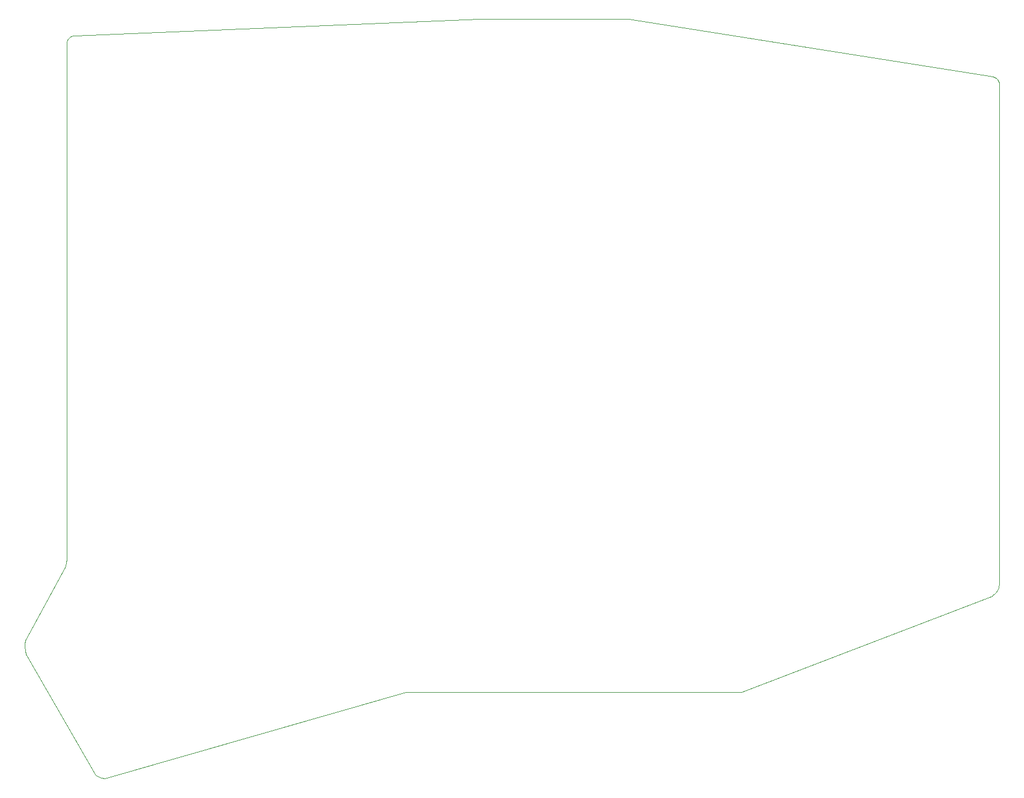
<source format=gbr>
G04 #@! TF.GenerationSoftware,KiCad,Pcbnew,(6.0.5)*
G04 #@! TF.CreationDate,2022-12-06T20:46:01-06:00*
G04 #@! TF.ProjectId,SofleKeyboardBottomPlate,536f666c-654b-4657-9962-6f617264426f,rev?*
G04 #@! TF.SameCoordinates,Original*
G04 #@! TF.FileFunction,Profile,NP*
%FSLAX46Y46*%
G04 Gerber Fmt 4.6, Leading zero omitted, Abs format (unit mm)*
G04 Created by KiCad (PCBNEW (6.0.5)) date 2022-12-06 20:46:01*
%MOMM*%
%LPD*%
G01*
G04 APERTURE LIST*
G04 #@! TA.AperFunction,Profile*
%ADD10C,0.100000*%
G04 #@! TD*
G04 #@! TA.AperFunction,Profile*
%ADD11C,0.110000*%
G04 #@! TD*
G04 APERTURE END LIST*
D10*
X225381081Y-44001407D02*
X225467481Y-44182272D01*
X92647200Y-146203600D02*
X82397200Y-128403600D01*
X171047200Y-35003600D02*
X224572641Y-43448746D01*
X88372457Y-114403600D02*
X88297200Y-115053600D01*
X93447200Y-146653600D02*
X93997200Y-146753600D01*
X82247200Y-127903600D02*
X82197200Y-127303600D01*
X92997200Y-146503600D02*
X93447200Y-146653600D01*
X224774311Y-43500376D02*
X224959071Y-43585066D01*
X224504214Y-119875263D02*
X187597200Y-134003600D01*
X88297200Y-115053600D02*
X88097200Y-115653600D01*
X82197200Y-127303600D02*
X82197200Y-126903600D01*
X92647200Y-146203600D02*
X92997200Y-146503600D01*
X224572641Y-43448746D02*
X224774311Y-43500376D01*
X225540381Y-44585502D02*
X225576200Y-118103600D01*
X225521581Y-44378171D02*
X225540381Y-44585502D01*
X82297200Y-126403600D02*
X88097200Y-115653600D01*
X225467481Y-44182272D02*
X225521581Y-44378171D01*
X149097200Y-35003600D02*
X89524617Y-37413060D01*
X138251328Y-134003600D02*
X187597200Y-134003600D01*
X82397200Y-128403600D02*
X82247200Y-127903600D01*
X82197200Y-126903600D02*
X82297200Y-126403600D01*
X138251328Y-134003600D02*
X93997200Y-146753600D01*
X225123821Y-43699200D02*
X225265521Y-43839182D01*
X149097200Y-35003600D02*
X171047200Y-35003600D01*
X225265521Y-43839182D02*
X225381081Y-44001407D01*
X88372457Y-114403600D02*
X88372621Y-38565090D01*
X224959071Y-43585066D02*
X225123821Y-43699200D01*
X88372621Y-38565090D02*
X88396021Y-38332916D01*
D11*
X224504219Y-119875273D02*
G75*
G03*
X225576200Y-118103600I-926719J1770873D01*
G01*
D10*
X89076200Y-37503600D02*
X89292444Y-37436470D01*
X88710023Y-37750486D02*
X88880516Y-37609815D01*
X88880516Y-37609815D02*
X89076200Y-37503600D01*
X88396021Y-38332916D02*
X88463141Y-38116669D01*
X88569354Y-37920982D02*
X88710023Y-37750486D01*
X89292444Y-37436470D02*
X89524617Y-37413060D01*
X88463141Y-38116669D02*
X88569354Y-37920982D01*
M02*

</source>
